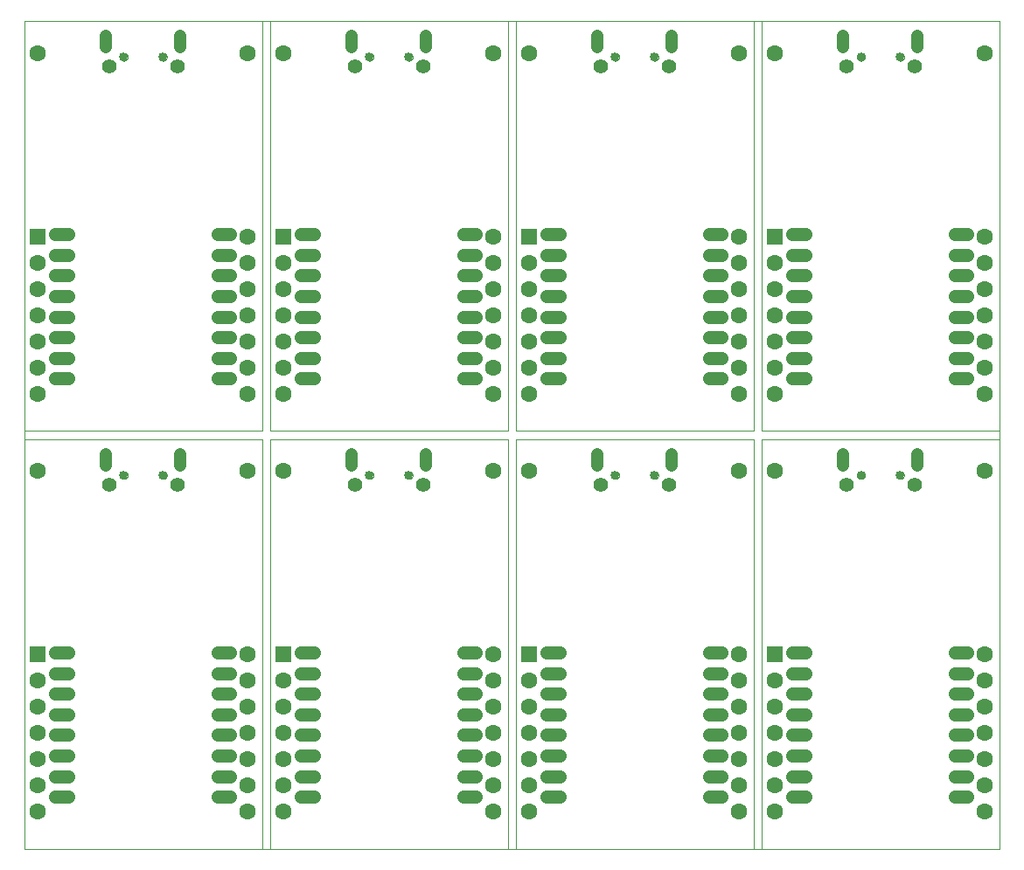
<source format=gbs>
G75*
G70*
%OFA0B0*%
%FSLAX25Y25*%
%IPPOS*%
%LPD*%
%AMOC8*
5,1,8,0,0,1.08239X$1,22.5*
%
%ADD17R,0.06306X0.06306*%
%ADD18C,0.05518*%
%ADD38C,0.00000*%
%ADD52C,0.06306*%
%ADD63C,0.05124*%
%ADD76C,0.04731*%
%ADD77C,0.03353*%
X0010000Y0010000D02*
G75*
%LPD*%
D38*
X0010000Y0010000D02*
X0010000Y0166496D01*
X0046319Y0152717D02*
X0046321Y0152794D01*
X0046327Y0152870D01*
X0046337Y0152946D01*
X0046351Y0153021D01*
X0046368Y0153096D01*
X0046390Y0153169D01*
X0046415Y0153242D01*
X0046445Y0153313D01*
X0046477Y0153382D01*
X0046514Y0153449D01*
X0046553Y0153515D01*
X0046596Y0153578D01*
X0046643Y0153639D01*
X0046692Y0153698D01*
X0046745Y0153754D01*
X0046800Y0153807D01*
X0046858Y0153857D01*
X0046918Y0153904D01*
X0046981Y0153948D01*
X0047046Y0153989D01*
X0047113Y0154026D01*
X0047182Y0154060D01*
X0047252Y0154090D01*
X0047324Y0154116D01*
X0047398Y0154138D01*
X0047472Y0154157D01*
X0047547Y0154172D01*
X0047623Y0154183D01*
X0047699Y0154190D01*
X0047776Y0154193D01*
X0047852Y0154192D01*
X0047929Y0154187D01*
X0048005Y0154178D01*
X0048081Y0154165D01*
X0048155Y0154148D01*
X0048229Y0154128D01*
X0048302Y0154103D01*
X0048373Y0154075D01*
X0048443Y0154043D01*
X0048511Y0154008D01*
X0048577Y0153969D01*
X0048641Y0153927D01*
X0048702Y0153881D01*
X0048762Y0153832D01*
X0048818Y0153781D01*
X0048872Y0153726D01*
X0048923Y0153669D01*
X0048971Y0153609D01*
X0049016Y0153547D01*
X0049057Y0153482D01*
X0049095Y0153416D01*
X0049130Y0153348D01*
X0049160Y0153277D01*
X0049188Y0153206D01*
X0049211Y0153133D01*
X0049231Y0153059D01*
X0049247Y0152984D01*
X0049259Y0152908D01*
X0049267Y0152832D01*
X0049271Y0152755D01*
X0049271Y0152679D01*
X0049267Y0152602D01*
X0049259Y0152526D01*
X0049247Y0152450D01*
X0049231Y0152375D01*
X0049211Y0152301D01*
X0049188Y0152228D01*
X0049160Y0152157D01*
X0049130Y0152086D01*
X0049095Y0152018D01*
X0049057Y0151952D01*
X0049016Y0151887D01*
X0048971Y0151825D01*
X0048923Y0151765D01*
X0048872Y0151708D01*
X0048818Y0151653D01*
X0048762Y0151602D01*
X0048702Y0151553D01*
X0048641Y0151507D01*
X0048577Y0151465D01*
X0048511Y0151426D01*
X0048443Y0151391D01*
X0048373Y0151359D01*
X0048302Y0151331D01*
X0048229Y0151306D01*
X0048155Y0151286D01*
X0048081Y0151269D01*
X0048005Y0151256D01*
X0047929Y0151247D01*
X0047852Y0151242D01*
X0047776Y0151241D01*
X0047699Y0151244D01*
X0047623Y0151251D01*
X0047547Y0151262D01*
X0047472Y0151277D01*
X0047398Y0151296D01*
X0047324Y0151318D01*
X0047252Y0151344D01*
X0047182Y0151374D01*
X0047113Y0151408D01*
X0047046Y0151445D01*
X0046981Y0151486D01*
X0046918Y0151530D01*
X0046858Y0151577D01*
X0046800Y0151627D01*
X0046745Y0151680D01*
X0046692Y0151736D01*
X0046643Y0151795D01*
X0046596Y0151856D01*
X0046553Y0151919D01*
X0046514Y0151985D01*
X0046477Y0152052D01*
X0046445Y0152121D01*
X0046415Y0152192D01*
X0046390Y0152265D01*
X0046368Y0152338D01*
X0046351Y0152413D01*
X0046337Y0152488D01*
X0046327Y0152564D01*
X0046321Y0152640D01*
X0046319Y0152717D01*
X0010000Y0166495D02*
X0100552Y0166495D01*
X0100551Y0166496D02*
X0100551Y0010000D01*
X0010000Y0010000D01*
X0061280Y0152717D02*
X0061282Y0152794D01*
X0061288Y0152870D01*
X0061298Y0152946D01*
X0061312Y0153021D01*
X0061329Y0153096D01*
X0061351Y0153169D01*
X0061376Y0153242D01*
X0061406Y0153313D01*
X0061438Y0153382D01*
X0061475Y0153449D01*
X0061514Y0153515D01*
X0061557Y0153578D01*
X0061604Y0153639D01*
X0061653Y0153698D01*
X0061706Y0153754D01*
X0061761Y0153807D01*
X0061819Y0153857D01*
X0061879Y0153904D01*
X0061942Y0153948D01*
X0062007Y0153989D01*
X0062074Y0154026D01*
X0062143Y0154060D01*
X0062213Y0154090D01*
X0062285Y0154116D01*
X0062359Y0154138D01*
X0062433Y0154157D01*
X0062508Y0154172D01*
X0062584Y0154183D01*
X0062660Y0154190D01*
X0062737Y0154193D01*
X0062813Y0154192D01*
X0062890Y0154187D01*
X0062966Y0154178D01*
X0063042Y0154165D01*
X0063116Y0154148D01*
X0063190Y0154128D01*
X0063263Y0154103D01*
X0063334Y0154075D01*
X0063404Y0154043D01*
X0063472Y0154008D01*
X0063538Y0153969D01*
X0063602Y0153927D01*
X0063663Y0153881D01*
X0063723Y0153832D01*
X0063779Y0153781D01*
X0063833Y0153726D01*
X0063884Y0153669D01*
X0063932Y0153609D01*
X0063977Y0153547D01*
X0064018Y0153482D01*
X0064056Y0153416D01*
X0064091Y0153348D01*
X0064121Y0153277D01*
X0064149Y0153206D01*
X0064172Y0153133D01*
X0064192Y0153059D01*
X0064208Y0152984D01*
X0064220Y0152908D01*
X0064228Y0152832D01*
X0064232Y0152755D01*
X0064232Y0152679D01*
X0064228Y0152602D01*
X0064220Y0152526D01*
X0064208Y0152450D01*
X0064192Y0152375D01*
X0064172Y0152301D01*
X0064149Y0152228D01*
X0064121Y0152157D01*
X0064091Y0152086D01*
X0064056Y0152018D01*
X0064018Y0151952D01*
X0063977Y0151887D01*
X0063932Y0151825D01*
X0063884Y0151765D01*
X0063833Y0151708D01*
X0063779Y0151653D01*
X0063723Y0151602D01*
X0063663Y0151553D01*
X0063602Y0151507D01*
X0063538Y0151465D01*
X0063472Y0151426D01*
X0063404Y0151391D01*
X0063334Y0151359D01*
X0063263Y0151331D01*
X0063190Y0151306D01*
X0063116Y0151286D01*
X0063042Y0151269D01*
X0062966Y0151256D01*
X0062890Y0151247D01*
X0062813Y0151242D01*
X0062737Y0151241D01*
X0062660Y0151244D01*
X0062584Y0151251D01*
X0062508Y0151262D01*
X0062433Y0151277D01*
X0062359Y0151296D01*
X0062285Y0151318D01*
X0062213Y0151344D01*
X0062143Y0151374D01*
X0062074Y0151408D01*
X0062007Y0151445D01*
X0061942Y0151486D01*
X0061879Y0151530D01*
X0061819Y0151577D01*
X0061761Y0151627D01*
X0061706Y0151680D01*
X0061653Y0151736D01*
X0061604Y0151795D01*
X0061557Y0151856D01*
X0061514Y0151919D01*
X0061475Y0151985D01*
X0061438Y0152052D01*
X0061406Y0152121D01*
X0061376Y0152192D01*
X0061351Y0152265D01*
X0061329Y0152338D01*
X0061312Y0152413D01*
X0061298Y0152488D01*
X0061288Y0152564D01*
X0061282Y0152640D01*
X0061280Y0152717D01*
D18*
X0068268Y0149173D03*
X0042283Y0149173D03*
D76*
X0041102Y0156457D02*
X0041102Y0160787D01*
X0069449Y0160787D02*
X0069449Y0156457D01*
D77*
X0062756Y0152717D03*
X0047795Y0152717D03*
D52*
X0015000Y0154248D03*
X0015000Y0074248D03*
X0015000Y0064248D03*
X0015000Y0054248D03*
X0015000Y0044248D03*
X0015000Y0034248D03*
X0015000Y0024248D03*
X0095000Y0024248D03*
X0095000Y0034248D03*
X0095000Y0044248D03*
X0095000Y0054248D03*
X0095000Y0064248D03*
X0095000Y0074248D03*
X0095000Y0084248D03*
X0095000Y0154248D03*
D17*
X0015000Y0084248D03*
D63*
X0021791Y0085071D02*
X0026516Y0085071D01*
X0026516Y0077197D02*
X0021791Y0077197D01*
X0021791Y0069323D02*
X0026516Y0069323D01*
X0026516Y0061449D02*
X0021791Y0061449D01*
X0021791Y0053575D02*
X0026516Y0053575D01*
X0026516Y0045701D02*
X0021791Y0045701D01*
X0021791Y0037827D02*
X0026516Y0037827D01*
X0026516Y0029953D02*
X0021791Y0029953D01*
X0083602Y0029953D02*
X0088327Y0029953D01*
X0088327Y0037827D02*
X0083602Y0037827D01*
X0083602Y0045701D02*
X0088327Y0045701D01*
X0088327Y0053575D02*
X0083602Y0053575D01*
X0083602Y0061449D02*
X0088327Y0061449D01*
X0088327Y0069323D02*
X0083602Y0069323D01*
X0083602Y0077197D02*
X0088327Y0077197D01*
X0088327Y0085071D02*
X0083602Y0085071D01*
X0010000Y0169621D02*
G75*
%LPD*%
D38*
X0010000Y0169621D02*
X0010000Y0326117D01*
X0046319Y0312338D02*
X0046321Y0312415D01*
X0046327Y0312491D01*
X0046337Y0312567D01*
X0046351Y0312642D01*
X0046368Y0312717D01*
X0046390Y0312790D01*
X0046415Y0312863D01*
X0046445Y0312934D01*
X0046477Y0313003D01*
X0046514Y0313070D01*
X0046553Y0313136D01*
X0046596Y0313199D01*
X0046643Y0313260D01*
X0046692Y0313319D01*
X0046745Y0313375D01*
X0046800Y0313428D01*
X0046858Y0313478D01*
X0046918Y0313525D01*
X0046981Y0313569D01*
X0047046Y0313610D01*
X0047113Y0313647D01*
X0047182Y0313681D01*
X0047252Y0313711D01*
X0047324Y0313737D01*
X0047398Y0313759D01*
X0047472Y0313778D01*
X0047547Y0313793D01*
X0047623Y0313804D01*
X0047699Y0313811D01*
X0047776Y0313814D01*
X0047852Y0313813D01*
X0047929Y0313808D01*
X0048005Y0313799D01*
X0048081Y0313786D01*
X0048155Y0313769D01*
X0048229Y0313749D01*
X0048302Y0313724D01*
X0048373Y0313696D01*
X0048443Y0313664D01*
X0048511Y0313629D01*
X0048577Y0313590D01*
X0048641Y0313548D01*
X0048702Y0313502D01*
X0048762Y0313453D01*
X0048818Y0313402D01*
X0048872Y0313347D01*
X0048923Y0313290D01*
X0048971Y0313230D01*
X0049016Y0313168D01*
X0049057Y0313103D01*
X0049095Y0313037D01*
X0049130Y0312969D01*
X0049160Y0312898D01*
X0049188Y0312827D01*
X0049211Y0312754D01*
X0049231Y0312680D01*
X0049247Y0312605D01*
X0049259Y0312529D01*
X0049267Y0312453D01*
X0049271Y0312376D01*
X0049271Y0312300D01*
X0049267Y0312223D01*
X0049259Y0312147D01*
X0049247Y0312071D01*
X0049231Y0311996D01*
X0049211Y0311922D01*
X0049188Y0311849D01*
X0049160Y0311778D01*
X0049130Y0311707D01*
X0049095Y0311639D01*
X0049057Y0311573D01*
X0049016Y0311508D01*
X0048971Y0311446D01*
X0048923Y0311386D01*
X0048872Y0311329D01*
X0048818Y0311274D01*
X0048762Y0311223D01*
X0048702Y0311174D01*
X0048641Y0311128D01*
X0048577Y0311086D01*
X0048511Y0311047D01*
X0048443Y0311012D01*
X0048373Y0310980D01*
X0048302Y0310952D01*
X0048229Y0310927D01*
X0048155Y0310907D01*
X0048081Y0310890D01*
X0048005Y0310877D01*
X0047929Y0310868D01*
X0047852Y0310863D01*
X0047776Y0310862D01*
X0047699Y0310865D01*
X0047623Y0310872D01*
X0047547Y0310883D01*
X0047472Y0310898D01*
X0047398Y0310917D01*
X0047324Y0310939D01*
X0047252Y0310965D01*
X0047182Y0310995D01*
X0047113Y0311029D01*
X0047046Y0311066D01*
X0046981Y0311107D01*
X0046918Y0311151D01*
X0046858Y0311198D01*
X0046800Y0311248D01*
X0046745Y0311301D01*
X0046692Y0311357D01*
X0046643Y0311416D01*
X0046596Y0311477D01*
X0046553Y0311540D01*
X0046514Y0311606D01*
X0046477Y0311673D01*
X0046445Y0311742D01*
X0046415Y0311813D01*
X0046390Y0311886D01*
X0046368Y0311959D01*
X0046351Y0312034D01*
X0046337Y0312109D01*
X0046327Y0312185D01*
X0046321Y0312261D01*
X0046319Y0312338D01*
X0010000Y0326116D02*
X0100552Y0326116D01*
X0100551Y0326117D02*
X0100551Y0169621D01*
X0010000Y0169621D01*
X0061280Y0312338D02*
X0061282Y0312415D01*
X0061288Y0312491D01*
X0061298Y0312567D01*
X0061312Y0312642D01*
X0061329Y0312717D01*
X0061351Y0312790D01*
X0061376Y0312863D01*
X0061406Y0312934D01*
X0061438Y0313003D01*
X0061475Y0313070D01*
X0061514Y0313136D01*
X0061557Y0313199D01*
X0061604Y0313260D01*
X0061653Y0313319D01*
X0061706Y0313375D01*
X0061761Y0313428D01*
X0061819Y0313478D01*
X0061879Y0313525D01*
X0061942Y0313569D01*
X0062007Y0313610D01*
X0062074Y0313647D01*
X0062143Y0313681D01*
X0062213Y0313711D01*
X0062285Y0313737D01*
X0062359Y0313759D01*
X0062433Y0313778D01*
X0062508Y0313793D01*
X0062584Y0313804D01*
X0062660Y0313811D01*
X0062737Y0313814D01*
X0062813Y0313813D01*
X0062890Y0313808D01*
X0062966Y0313799D01*
X0063042Y0313786D01*
X0063116Y0313769D01*
X0063190Y0313749D01*
X0063263Y0313724D01*
X0063334Y0313696D01*
X0063404Y0313664D01*
X0063472Y0313629D01*
X0063538Y0313590D01*
X0063602Y0313548D01*
X0063663Y0313502D01*
X0063723Y0313453D01*
X0063779Y0313402D01*
X0063833Y0313347D01*
X0063884Y0313290D01*
X0063932Y0313230D01*
X0063977Y0313168D01*
X0064018Y0313103D01*
X0064056Y0313037D01*
X0064091Y0312969D01*
X0064121Y0312898D01*
X0064149Y0312827D01*
X0064172Y0312754D01*
X0064192Y0312680D01*
X0064208Y0312605D01*
X0064220Y0312529D01*
X0064228Y0312453D01*
X0064232Y0312376D01*
X0064232Y0312300D01*
X0064228Y0312223D01*
X0064220Y0312147D01*
X0064208Y0312071D01*
X0064192Y0311996D01*
X0064172Y0311922D01*
X0064149Y0311849D01*
X0064121Y0311778D01*
X0064091Y0311707D01*
X0064056Y0311639D01*
X0064018Y0311573D01*
X0063977Y0311508D01*
X0063932Y0311446D01*
X0063884Y0311386D01*
X0063833Y0311329D01*
X0063779Y0311274D01*
X0063723Y0311223D01*
X0063663Y0311174D01*
X0063602Y0311128D01*
X0063538Y0311086D01*
X0063472Y0311047D01*
X0063404Y0311012D01*
X0063334Y0310980D01*
X0063263Y0310952D01*
X0063190Y0310927D01*
X0063116Y0310907D01*
X0063042Y0310890D01*
X0062966Y0310877D01*
X0062890Y0310868D01*
X0062813Y0310863D01*
X0062737Y0310862D01*
X0062660Y0310865D01*
X0062584Y0310872D01*
X0062508Y0310883D01*
X0062433Y0310898D01*
X0062359Y0310917D01*
X0062285Y0310939D01*
X0062213Y0310965D01*
X0062143Y0310995D01*
X0062074Y0311029D01*
X0062007Y0311066D01*
X0061942Y0311107D01*
X0061879Y0311151D01*
X0061819Y0311198D01*
X0061761Y0311248D01*
X0061706Y0311301D01*
X0061653Y0311357D01*
X0061604Y0311416D01*
X0061557Y0311477D01*
X0061514Y0311540D01*
X0061475Y0311606D01*
X0061438Y0311673D01*
X0061406Y0311742D01*
X0061376Y0311813D01*
X0061351Y0311886D01*
X0061329Y0311959D01*
X0061312Y0312034D01*
X0061298Y0312109D01*
X0061288Y0312185D01*
X0061282Y0312261D01*
X0061280Y0312338D01*
D18*
X0068268Y0308794D03*
X0042283Y0308794D03*
D76*
X0041102Y0316078D02*
X0041102Y0320408D01*
X0069449Y0320408D02*
X0069449Y0316078D01*
D77*
X0062756Y0312338D03*
X0047795Y0312338D03*
D52*
X0015000Y0313869D03*
X0015000Y0233869D03*
X0015000Y0223869D03*
X0015000Y0213869D03*
X0015000Y0203869D03*
X0015000Y0193869D03*
X0015000Y0183869D03*
X0095000Y0183869D03*
X0095000Y0193869D03*
X0095000Y0203869D03*
X0095000Y0213869D03*
X0095000Y0223869D03*
X0095000Y0233869D03*
X0095000Y0243869D03*
X0095000Y0313869D03*
D17*
X0015000Y0243869D03*
D63*
X0021791Y0244692D02*
X0026516Y0244692D01*
X0026516Y0236818D02*
X0021791Y0236818D01*
X0021791Y0228944D02*
X0026516Y0228944D01*
X0026516Y0221070D02*
X0021791Y0221070D01*
X0021791Y0213196D02*
X0026516Y0213196D01*
X0026516Y0205322D02*
X0021791Y0205322D01*
X0021791Y0197448D02*
X0026516Y0197448D01*
X0026516Y0189574D02*
X0021791Y0189574D01*
X0083602Y0189574D02*
X0088327Y0189574D01*
X0088327Y0197448D02*
X0083602Y0197448D01*
X0083602Y0205322D02*
X0088327Y0205322D01*
X0088327Y0213196D02*
X0083602Y0213196D01*
X0083602Y0221070D02*
X0088327Y0221070D01*
X0088327Y0228944D02*
X0083602Y0228944D01*
X0083602Y0236818D02*
X0088327Y0236818D01*
X0088327Y0244692D02*
X0083602Y0244692D01*
X0103677Y0010000D02*
G75*
%LPD*%
D38*
X0103677Y0010000D02*
X0103677Y0166496D01*
X0139996Y0152717D02*
X0139998Y0152794D01*
X0140004Y0152870D01*
X0140014Y0152946D01*
X0140028Y0153021D01*
X0140045Y0153096D01*
X0140067Y0153169D01*
X0140092Y0153242D01*
X0140122Y0153313D01*
X0140154Y0153382D01*
X0140191Y0153449D01*
X0140230Y0153515D01*
X0140273Y0153578D01*
X0140320Y0153639D01*
X0140369Y0153698D01*
X0140422Y0153754D01*
X0140477Y0153807D01*
X0140535Y0153857D01*
X0140595Y0153904D01*
X0140658Y0153948D01*
X0140723Y0153989D01*
X0140790Y0154026D01*
X0140859Y0154060D01*
X0140929Y0154090D01*
X0141001Y0154116D01*
X0141075Y0154138D01*
X0141149Y0154157D01*
X0141224Y0154172D01*
X0141300Y0154183D01*
X0141376Y0154190D01*
X0141453Y0154193D01*
X0141529Y0154192D01*
X0141606Y0154187D01*
X0141682Y0154178D01*
X0141758Y0154165D01*
X0141832Y0154148D01*
X0141906Y0154128D01*
X0141979Y0154103D01*
X0142050Y0154075D01*
X0142120Y0154043D01*
X0142188Y0154008D01*
X0142254Y0153969D01*
X0142318Y0153927D01*
X0142379Y0153881D01*
X0142439Y0153832D01*
X0142495Y0153781D01*
X0142549Y0153726D01*
X0142600Y0153669D01*
X0142648Y0153609D01*
X0142693Y0153547D01*
X0142734Y0153482D01*
X0142772Y0153416D01*
X0142807Y0153348D01*
X0142837Y0153277D01*
X0142865Y0153206D01*
X0142888Y0153133D01*
X0142908Y0153059D01*
X0142924Y0152984D01*
X0142936Y0152908D01*
X0142944Y0152832D01*
X0142948Y0152755D01*
X0142948Y0152679D01*
X0142944Y0152602D01*
X0142936Y0152526D01*
X0142924Y0152450D01*
X0142908Y0152375D01*
X0142888Y0152301D01*
X0142865Y0152228D01*
X0142837Y0152157D01*
X0142807Y0152086D01*
X0142772Y0152018D01*
X0142734Y0151952D01*
X0142693Y0151887D01*
X0142648Y0151825D01*
X0142600Y0151765D01*
X0142549Y0151708D01*
X0142495Y0151653D01*
X0142439Y0151602D01*
X0142379Y0151553D01*
X0142318Y0151507D01*
X0142254Y0151465D01*
X0142188Y0151426D01*
X0142120Y0151391D01*
X0142050Y0151359D01*
X0141979Y0151331D01*
X0141906Y0151306D01*
X0141832Y0151286D01*
X0141758Y0151269D01*
X0141682Y0151256D01*
X0141606Y0151247D01*
X0141529Y0151242D01*
X0141453Y0151241D01*
X0141376Y0151244D01*
X0141300Y0151251D01*
X0141224Y0151262D01*
X0141149Y0151277D01*
X0141075Y0151296D01*
X0141001Y0151318D01*
X0140929Y0151344D01*
X0140859Y0151374D01*
X0140790Y0151408D01*
X0140723Y0151445D01*
X0140658Y0151486D01*
X0140595Y0151530D01*
X0140535Y0151577D01*
X0140477Y0151627D01*
X0140422Y0151680D01*
X0140369Y0151736D01*
X0140320Y0151795D01*
X0140273Y0151856D01*
X0140230Y0151919D01*
X0140191Y0151985D01*
X0140154Y0152052D01*
X0140122Y0152121D01*
X0140092Y0152192D01*
X0140067Y0152265D01*
X0140045Y0152338D01*
X0140028Y0152413D01*
X0140014Y0152488D01*
X0140004Y0152564D01*
X0139998Y0152640D01*
X0139996Y0152717D01*
X0103677Y0166495D02*
X0194229Y0166495D01*
X0194228Y0166496D02*
X0194228Y0010000D01*
X0103677Y0010000D01*
X0154957Y0152717D02*
X0154959Y0152794D01*
X0154965Y0152870D01*
X0154975Y0152946D01*
X0154989Y0153021D01*
X0155006Y0153096D01*
X0155028Y0153169D01*
X0155053Y0153242D01*
X0155083Y0153313D01*
X0155115Y0153382D01*
X0155152Y0153449D01*
X0155191Y0153515D01*
X0155234Y0153578D01*
X0155281Y0153639D01*
X0155330Y0153698D01*
X0155383Y0153754D01*
X0155438Y0153807D01*
X0155496Y0153857D01*
X0155556Y0153904D01*
X0155619Y0153948D01*
X0155684Y0153989D01*
X0155751Y0154026D01*
X0155820Y0154060D01*
X0155890Y0154090D01*
X0155962Y0154116D01*
X0156036Y0154138D01*
X0156110Y0154157D01*
X0156185Y0154172D01*
X0156261Y0154183D01*
X0156337Y0154190D01*
X0156414Y0154193D01*
X0156490Y0154192D01*
X0156567Y0154187D01*
X0156643Y0154178D01*
X0156719Y0154165D01*
X0156793Y0154148D01*
X0156867Y0154128D01*
X0156940Y0154103D01*
X0157011Y0154075D01*
X0157081Y0154043D01*
X0157149Y0154008D01*
X0157215Y0153969D01*
X0157279Y0153927D01*
X0157340Y0153881D01*
X0157400Y0153832D01*
X0157456Y0153781D01*
X0157510Y0153726D01*
X0157561Y0153669D01*
X0157609Y0153609D01*
X0157654Y0153547D01*
X0157695Y0153482D01*
X0157733Y0153416D01*
X0157768Y0153348D01*
X0157798Y0153277D01*
X0157826Y0153206D01*
X0157849Y0153133D01*
X0157869Y0153059D01*
X0157885Y0152984D01*
X0157897Y0152908D01*
X0157905Y0152832D01*
X0157909Y0152755D01*
X0157909Y0152679D01*
X0157905Y0152602D01*
X0157897Y0152526D01*
X0157885Y0152450D01*
X0157869Y0152375D01*
X0157849Y0152301D01*
X0157826Y0152228D01*
X0157798Y0152157D01*
X0157768Y0152086D01*
X0157733Y0152018D01*
X0157695Y0151952D01*
X0157654Y0151887D01*
X0157609Y0151825D01*
X0157561Y0151765D01*
X0157510Y0151708D01*
X0157456Y0151653D01*
X0157400Y0151602D01*
X0157340Y0151553D01*
X0157279Y0151507D01*
X0157215Y0151465D01*
X0157149Y0151426D01*
X0157081Y0151391D01*
X0157011Y0151359D01*
X0156940Y0151331D01*
X0156867Y0151306D01*
X0156793Y0151286D01*
X0156719Y0151269D01*
X0156643Y0151256D01*
X0156567Y0151247D01*
X0156490Y0151242D01*
X0156414Y0151241D01*
X0156337Y0151244D01*
X0156261Y0151251D01*
X0156185Y0151262D01*
X0156110Y0151277D01*
X0156036Y0151296D01*
X0155962Y0151318D01*
X0155890Y0151344D01*
X0155820Y0151374D01*
X0155751Y0151408D01*
X0155684Y0151445D01*
X0155619Y0151486D01*
X0155556Y0151530D01*
X0155496Y0151577D01*
X0155438Y0151627D01*
X0155383Y0151680D01*
X0155330Y0151736D01*
X0155281Y0151795D01*
X0155234Y0151856D01*
X0155191Y0151919D01*
X0155152Y0151985D01*
X0155115Y0152052D01*
X0155083Y0152121D01*
X0155053Y0152192D01*
X0155028Y0152265D01*
X0155006Y0152338D01*
X0154989Y0152413D01*
X0154975Y0152488D01*
X0154965Y0152564D01*
X0154959Y0152640D01*
X0154957Y0152717D01*
D18*
X0161945Y0149173D03*
X0135960Y0149173D03*
D76*
X0134779Y0156457D02*
X0134779Y0160787D01*
X0163126Y0160787D02*
X0163126Y0156457D01*
D77*
X0156433Y0152717D03*
X0141472Y0152717D03*
D52*
X0108677Y0154248D03*
X0108677Y0074248D03*
X0108677Y0064248D03*
X0108677Y0054248D03*
X0108677Y0044248D03*
X0108677Y0034248D03*
X0108677Y0024248D03*
X0188677Y0024248D03*
X0188677Y0034248D03*
X0188677Y0044248D03*
X0188677Y0054248D03*
X0188677Y0064248D03*
X0188677Y0074248D03*
X0188677Y0084248D03*
X0188677Y0154248D03*
D17*
X0108677Y0084248D03*
D63*
X0115468Y0085071D02*
X0120193Y0085071D01*
X0120193Y0077197D02*
X0115468Y0077197D01*
X0115468Y0069323D02*
X0120193Y0069323D01*
X0120193Y0061449D02*
X0115468Y0061449D01*
X0115468Y0053575D02*
X0120193Y0053575D01*
X0120193Y0045701D02*
X0115468Y0045701D01*
X0115468Y0037827D02*
X0120193Y0037827D01*
X0120193Y0029953D02*
X0115468Y0029953D01*
X0177279Y0029953D02*
X0182004Y0029953D01*
X0182004Y0037827D02*
X0177279Y0037827D01*
X0177279Y0045701D02*
X0182004Y0045701D01*
X0182004Y0053575D02*
X0177279Y0053575D01*
X0177279Y0061449D02*
X0182004Y0061449D01*
X0182004Y0069323D02*
X0177279Y0069323D01*
X0177279Y0077197D02*
X0182004Y0077197D01*
X0182004Y0085071D02*
X0177279Y0085071D01*
X0103677Y0169621D02*
G75*
%LPD*%
D38*
X0103677Y0169621D02*
X0103677Y0326117D01*
X0139996Y0312338D02*
X0139998Y0312415D01*
X0140004Y0312491D01*
X0140014Y0312567D01*
X0140028Y0312642D01*
X0140045Y0312717D01*
X0140067Y0312790D01*
X0140092Y0312863D01*
X0140122Y0312934D01*
X0140154Y0313003D01*
X0140191Y0313070D01*
X0140230Y0313136D01*
X0140273Y0313199D01*
X0140320Y0313260D01*
X0140369Y0313319D01*
X0140422Y0313375D01*
X0140477Y0313428D01*
X0140535Y0313478D01*
X0140595Y0313525D01*
X0140658Y0313569D01*
X0140723Y0313610D01*
X0140790Y0313647D01*
X0140859Y0313681D01*
X0140929Y0313711D01*
X0141001Y0313737D01*
X0141075Y0313759D01*
X0141149Y0313778D01*
X0141224Y0313793D01*
X0141300Y0313804D01*
X0141376Y0313811D01*
X0141453Y0313814D01*
X0141529Y0313813D01*
X0141606Y0313808D01*
X0141682Y0313799D01*
X0141758Y0313786D01*
X0141832Y0313769D01*
X0141906Y0313749D01*
X0141979Y0313724D01*
X0142050Y0313696D01*
X0142120Y0313664D01*
X0142188Y0313629D01*
X0142254Y0313590D01*
X0142318Y0313548D01*
X0142379Y0313502D01*
X0142439Y0313453D01*
X0142495Y0313402D01*
X0142549Y0313347D01*
X0142600Y0313290D01*
X0142648Y0313230D01*
X0142693Y0313168D01*
X0142734Y0313103D01*
X0142772Y0313037D01*
X0142807Y0312969D01*
X0142837Y0312898D01*
X0142865Y0312827D01*
X0142888Y0312754D01*
X0142908Y0312680D01*
X0142924Y0312605D01*
X0142936Y0312529D01*
X0142944Y0312453D01*
X0142948Y0312376D01*
X0142948Y0312300D01*
X0142944Y0312223D01*
X0142936Y0312147D01*
X0142924Y0312071D01*
X0142908Y0311996D01*
X0142888Y0311922D01*
X0142865Y0311849D01*
X0142837Y0311778D01*
X0142807Y0311707D01*
X0142772Y0311639D01*
X0142734Y0311573D01*
X0142693Y0311508D01*
X0142648Y0311446D01*
X0142600Y0311386D01*
X0142549Y0311329D01*
X0142495Y0311274D01*
X0142439Y0311223D01*
X0142379Y0311174D01*
X0142318Y0311128D01*
X0142254Y0311086D01*
X0142188Y0311047D01*
X0142120Y0311012D01*
X0142050Y0310980D01*
X0141979Y0310952D01*
X0141906Y0310927D01*
X0141832Y0310907D01*
X0141758Y0310890D01*
X0141682Y0310877D01*
X0141606Y0310868D01*
X0141529Y0310863D01*
X0141453Y0310862D01*
X0141376Y0310865D01*
X0141300Y0310872D01*
X0141224Y0310883D01*
X0141149Y0310898D01*
X0141075Y0310917D01*
X0141001Y0310939D01*
X0140929Y0310965D01*
X0140859Y0310995D01*
X0140790Y0311029D01*
X0140723Y0311066D01*
X0140658Y0311107D01*
X0140595Y0311151D01*
X0140535Y0311198D01*
X0140477Y0311248D01*
X0140422Y0311301D01*
X0140369Y0311357D01*
X0140320Y0311416D01*
X0140273Y0311477D01*
X0140230Y0311540D01*
X0140191Y0311606D01*
X0140154Y0311673D01*
X0140122Y0311742D01*
X0140092Y0311813D01*
X0140067Y0311886D01*
X0140045Y0311959D01*
X0140028Y0312034D01*
X0140014Y0312109D01*
X0140004Y0312185D01*
X0139998Y0312261D01*
X0139996Y0312338D01*
X0103677Y0326116D02*
X0194229Y0326116D01*
X0194228Y0326117D02*
X0194228Y0169621D01*
X0103677Y0169621D01*
X0154957Y0312338D02*
X0154959Y0312415D01*
X0154965Y0312491D01*
X0154975Y0312567D01*
X0154989Y0312642D01*
X0155006Y0312717D01*
X0155028Y0312790D01*
X0155053Y0312863D01*
X0155083Y0312934D01*
X0155115Y0313003D01*
X0155152Y0313070D01*
X0155191Y0313136D01*
X0155234Y0313199D01*
X0155281Y0313260D01*
X0155330Y0313319D01*
X0155383Y0313375D01*
X0155438Y0313428D01*
X0155496Y0313478D01*
X0155556Y0313525D01*
X0155619Y0313569D01*
X0155684Y0313610D01*
X0155751Y0313647D01*
X0155820Y0313681D01*
X0155890Y0313711D01*
X0155962Y0313737D01*
X0156036Y0313759D01*
X0156110Y0313778D01*
X0156185Y0313793D01*
X0156261Y0313804D01*
X0156337Y0313811D01*
X0156414Y0313814D01*
X0156490Y0313813D01*
X0156567Y0313808D01*
X0156643Y0313799D01*
X0156719Y0313786D01*
X0156793Y0313769D01*
X0156867Y0313749D01*
X0156940Y0313724D01*
X0157011Y0313696D01*
X0157081Y0313664D01*
X0157149Y0313629D01*
X0157215Y0313590D01*
X0157279Y0313548D01*
X0157340Y0313502D01*
X0157400Y0313453D01*
X0157456Y0313402D01*
X0157510Y0313347D01*
X0157561Y0313290D01*
X0157609Y0313230D01*
X0157654Y0313168D01*
X0157695Y0313103D01*
X0157733Y0313037D01*
X0157768Y0312969D01*
X0157798Y0312898D01*
X0157826Y0312827D01*
X0157849Y0312754D01*
X0157869Y0312680D01*
X0157885Y0312605D01*
X0157897Y0312529D01*
X0157905Y0312453D01*
X0157909Y0312376D01*
X0157909Y0312300D01*
X0157905Y0312223D01*
X0157897Y0312147D01*
X0157885Y0312071D01*
X0157869Y0311996D01*
X0157849Y0311922D01*
X0157826Y0311849D01*
X0157798Y0311778D01*
X0157768Y0311707D01*
X0157733Y0311639D01*
X0157695Y0311573D01*
X0157654Y0311508D01*
X0157609Y0311446D01*
X0157561Y0311386D01*
X0157510Y0311329D01*
X0157456Y0311274D01*
X0157400Y0311223D01*
X0157340Y0311174D01*
X0157279Y0311128D01*
X0157215Y0311086D01*
X0157149Y0311047D01*
X0157081Y0311012D01*
X0157011Y0310980D01*
X0156940Y0310952D01*
X0156867Y0310927D01*
X0156793Y0310907D01*
X0156719Y0310890D01*
X0156643Y0310877D01*
X0156567Y0310868D01*
X0156490Y0310863D01*
X0156414Y0310862D01*
X0156337Y0310865D01*
X0156261Y0310872D01*
X0156185Y0310883D01*
X0156110Y0310898D01*
X0156036Y0310917D01*
X0155962Y0310939D01*
X0155890Y0310965D01*
X0155820Y0310995D01*
X0155751Y0311029D01*
X0155684Y0311066D01*
X0155619Y0311107D01*
X0155556Y0311151D01*
X0155496Y0311198D01*
X0155438Y0311248D01*
X0155383Y0311301D01*
X0155330Y0311357D01*
X0155281Y0311416D01*
X0155234Y0311477D01*
X0155191Y0311540D01*
X0155152Y0311606D01*
X0155115Y0311673D01*
X0155083Y0311742D01*
X0155053Y0311813D01*
X0155028Y0311886D01*
X0155006Y0311959D01*
X0154989Y0312034D01*
X0154975Y0312109D01*
X0154965Y0312185D01*
X0154959Y0312261D01*
X0154957Y0312338D01*
D18*
X0161945Y0308794D03*
X0135960Y0308794D03*
D76*
X0134779Y0316078D02*
X0134779Y0320408D01*
X0163126Y0320408D02*
X0163126Y0316078D01*
D77*
X0156433Y0312338D03*
X0141472Y0312338D03*
D52*
X0108677Y0313869D03*
X0108677Y0233869D03*
X0108677Y0223869D03*
X0108677Y0213869D03*
X0108677Y0203869D03*
X0108677Y0193869D03*
X0108677Y0183869D03*
X0188677Y0183869D03*
X0188677Y0193869D03*
X0188677Y0203869D03*
X0188677Y0213869D03*
X0188677Y0223869D03*
X0188677Y0233869D03*
X0188677Y0243869D03*
X0188677Y0313869D03*
D17*
X0108677Y0243869D03*
D63*
X0115468Y0244692D02*
X0120193Y0244692D01*
X0120193Y0236818D02*
X0115468Y0236818D01*
X0115468Y0228944D02*
X0120193Y0228944D01*
X0120193Y0221070D02*
X0115468Y0221070D01*
X0115468Y0213196D02*
X0120193Y0213196D01*
X0120193Y0205322D02*
X0115468Y0205322D01*
X0115468Y0197448D02*
X0120193Y0197448D01*
X0120193Y0189574D02*
X0115468Y0189574D01*
X0177279Y0189574D02*
X0182004Y0189574D01*
X0182004Y0197448D02*
X0177279Y0197448D01*
X0177279Y0205322D02*
X0182004Y0205322D01*
X0182004Y0213196D02*
X0177279Y0213196D01*
X0177279Y0221070D02*
X0182004Y0221070D01*
X0182004Y0228944D02*
X0177279Y0228944D01*
X0177279Y0236818D02*
X0182004Y0236818D01*
X0182004Y0244692D02*
X0177279Y0244692D01*
X0197354Y0010000D02*
G75*
%LPD*%
D38*
X0197354Y0010000D02*
X0197354Y0166496D01*
X0233673Y0152717D02*
X0233675Y0152794D01*
X0233681Y0152870D01*
X0233691Y0152946D01*
X0233705Y0153021D01*
X0233722Y0153096D01*
X0233744Y0153169D01*
X0233769Y0153242D01*
X0233799Y0153313D01*
X0233831Y0153382D01*
X0233868Y0153449D01*
X0233907Y0153515D01*
X0233950Y0153578D01*
X0233997Y0153639D01*
X0234046Y0153698D01*
X0234099Y0153754D01*
X0234154Y0153807D01*
X0234212Y0153857D01*
X0234272Y0153904D01*
X0234335Y0153948D01*
X0234400Y0153989D01*
X0234467Y0154026D01*
X0234536Y0154060D01*
X0234606Y0154090D01*
X0234678Y0154116D01*
X0234752Y0154138D01*
X0234826Y0154157D01*
X0234901Y0154172D01*
X0234977Y0154183D01*
X0235053Y0154190D01*
X0235130Y0154193D01*
X0235206Y0154192D01*
X0235283Y0154187D01*
X0235359Y0154178D01*
X0235435Y0154165D01*
X0235509Y0154148D01*
X0235583Y0154128D01*
X0235656Y0154103D01*
X0235727Y0154075D01*
X0235797Y0154043D01*
X0235865Y0154008D01*
X0235931Y0153969D01*
X0235995Y0153927D01*
X0236056Y0153881D01*
X0236116Y0153832D01*
X0236172Y0153781D01*
X0236226Y0153726D01*
X0236277Y0153669D01*
X0236325Y0153609D01*
X0236370Y0153547D01*
X0236411Y0153482D01*
X0236449Y0153416D01*
X0236484Y0153348D01*
X0236514Y0153277D01*
X0236542Y0153206D01*
X0236565Y0153133D01*
X0236585Y0153059D01*
X0236601Y0152984D01*
X0236613Y0152908D01*
X0236621Y0152832D01*
X0236625Y0152755D01*
X0236625Y0152679D01*
X0236621Y0152602D01*
X0236613Y0152526D01*
X0236601Y0152450D01*
X0236585Y0152375D01*
X0236565Y0152301D01*
X0236542Y0152228D01*
X0236514Y0152157D01*
X0236484Y0152086D01*
X0236449Y0152018D01*
X0236411Y0151952D01*
X0236370Y0151887D01*
X0236325Y0151825D01*
X0236277Y0151765D01*
X0236226Y0151708D01*
X0236172Y0151653D01*
X0236116Y0151602D01*
X0236056Y0151553D01*
X0235995Y0151507D01*
X0235931Y0151465D01*
X0235865Y0151426D01*
X0235797Y0151391D01*
X0235727Y0151359D01*
X0235656Y0151331D01*
X0235583Y0151306D01*
X0235509Y0151286D01*
X0235435Y0151269D01*
X0235359Y0151256D01*
X0235283Y0151247D01*
X0235206Y0151242D01*
X0235130Y0151241D01*
X0235053Y0151244D01*
X0234977Y0151251D01*
X0234901Y0151262D01*
X0234826Y0151277D01*
X0234752Y0151296D01*
X0234678Y0151318D01*
X0234606Y0151344D01*
X0234536Y0151374D01*
X0234467Y0151408D01*
X0234400Y0151445D01*
X0234335Y0151486D01*
X0234272Y0151530D01*
X0234212Y0151577D01*
X0234154Y0151627D01*
X0234099Y0151680D01*
X0234046Y0151736D01*
X0233997Y0151795D01*
X0233950Y0151856D01*
X0233907Y0151919D01*
X0233868Y0151985D01*
X0233831Y0152052D01*
X0233799Y0152121D01*
X0233769Y0152192D01*
X0233744Y0152265D01*
X0233722Y0152338D01*
X0233705Y0152413D01*
X0233691Y0152488D01*
X0233681Y0152564D01*
X0233675Y0152640D01*
X0233673Y0152717D01*
X0197354Y0166495D02*
X0287906Y0166495D01*
X0287905Y0166496D02*
X0287905Y0010000D01*
X0197354Y0010000D01*
X0248634Y0152717D02*
X0248636Y0152794D01*
X0248642Y0152870D01*
X0248652Y0152946D01*
X0248666Y0153021D01*
X0248683Y0153096D01*
X0248705Y0153169D01*
X0248730Y0153242D01*
X0248760Y0153313D01*
X0248792Y0153382D01*
X0248829Y0153449D01*
X0248868Y0153515D01*
X0248911Y0153578D01*
X0248958Y0153639D01*
X0249007Y0153698D01*
X0249060Y0153754D01*
X0249115Y0153807D01*
X0249173Y0153857D01*
X0249233Y0153904D01*
X0249296Y0153948D01*
X0249361Y0153989D01*
X0249428Y0154026D01*
X0249497Y0154060D01*
X0249567Y0154090D01*
X0249639Y0154116D01*
X0249713Y0154138D01*
X0249787Y0154157D01*
X0249862Y0154172D01*
X0249938Y0154183D01*
X0250014Y0154190D01*
X0250091Y0154193D01*
X0250167Y0154192D01*
X0250244Y0154187D01*
X0250320Y0154178D01*
X0250396Y0154165D01*
X0250470Y0154148D01*
X0250544Y0154128D01*
X0250617Y0154103D01*
X0250688Y0154075D01*
X0250758Y0154043D01*
X0250826Y0154008D01*
X0250892Y0153969D01*
X0250956Y0153927D01*
X0251017Y0153881D01*
X0251077Y0153832D01*
X0251133Y0153781D01*
X0251187Y0153726D01*
X0251238Y0153669D01*
X0251286Y0153609D01*
X0251331Y0153547D01*
X0251372Y0153482D01*
X0251410Y0153416D01*
X0251445Y0153348D01*
X0251475Y0153277D01*
X0251503Y0153206D01*
X0251526Y0153133D01*
X0251546Y0153059D01*
X0251562Y0152984D01*
X0251574Y0152908D01*
X0251582Y0152832D01*
X0251586Y0152755D01*
X0251586Y0152679D01*
X0251582Y0152602D01*
X0251574Y0152526D01*
X0251562Y0152450D01*
X0251546Y0152375D01*
X0251526Y0152301D01*
X0251503Y0152228D01*
X0251475Y0152157D01*
X0251445Y0152086D01*
X0251410Y0152018D01*
X0251372Y0151952D01*
X0251331Y0151887D01*
X0251286Y0151825D01*
X0251238Y0151765D01*
X0251187Y0151708D01*
X0251133Y0151653D01*
X0251077Y0151602D01*
X0251017Y0151553D01*
X0250956Y0151507D01*
X0250892Y0151465D01*
X0250826Y0151426D01*
X0250758Y0151391D01*
X0250688Y0151359D01*
X0250617Y0151331D01*
X0250544Y0151306D01*
X0250470Y0151286D01*
X0250396Y0151269D01*
X0250320Y0151256D01*
X0250244Y0151247D01*
X0250167Y0151242D01*
X0250091Y0151241D01*
X0250014Y0151244D01*
X0249938Y0151251D01*
X0249862Y0151262D01*
X0249787Y0151277D01*
X0249713Y0151296D01*
X0249639Y0151318D01*
X0249567Y0151344D01*
X0249497Y0151374D01*
X0249428Y0151408D01*
X0249361Y0151445D01*
X0249296Y0151486D01*
X0249233Y0151530D01*
X0249173Y0151577D01*
X0249115Y0151627D01*
X0249060Y0151680D01*
X0249007Y0151736D01*
X0248958Y0151795D01*
X0248911Y0151856D01*
X0248868Y0151919D01*
X0248829Y0151985D01*
X0248792Y0152052D01*
X0248760Y0152121D01*
X0248730Y0152192D01*
X0248705Y0152265D01*
X0248683Y0152338D01*
X0248666Y0152413D01*
X0248652Y0152488D01*
X0248642Y0152564D01*
X0248636Y0152640D01*
X0248634Y0152717D01*
D18*
X0255622Y0149173D03*
X0229637Y0149173D03*
D76*
X0228456Y0156457D02*
X0228456Y0160787D01*
X0256803Y0160787D02*
X0256803Y0156457D01*
D77*
X0250110Y0152717D03*
X0235149Y0152717D03*
D52*
X0202354Y0154248D03*
X0202354Y0074248D03*
X0202354Y0064248D03*
X0202354Y0054248D03*
X0202354Y0044248D03*
X0202354Y0034248D03*
X0202354Y0024248D03*
X0282354Y0024248D03*
X0282354Y0034248D03*
X0282354Y0044248D03*
X0282354Y0054248D03*
X0282354Y0064248D03*
X0282354Y0074248D03*
X0282354Y0084248D03*
X0282354Y0154248D03*
D17*
X0202354Y0084248D03*
D63*
X0209145Y0085071D02*
X0213870Y0085071D01*
X0213870Y0077197D02*
X0209145Y0077197D01*
X0209145Y0069323D02*
X0213870Y0069323D01*
X0213870Y0061449D02*
X0209145Y0061449D01*
X0209145Y0053575D02*
X0213870Y0053575D01*
X0213870Y0045701D02*
X0209145Y0045701D01*
X0209145Y0037827D02*
X0213870Y0037827D01*
X0213870Y0029953D02*
X0209145Y0029953D01*
X0270956Y0029953D02*
X0275681Y0029953D01*
X0275681Y0037827D02*
X0270956Y0037827D01*
X0270956Y0045701D02*
X0275681Y0045701D01*
X0275681Y0053575D02*
X0270956Y0053575D01*
X0270956Y0061449D02*
X0275681Y0061449D01*
X0275681Y0069323D02*
X0270956Y0069323D01*
X0270956Y0077197D02*
X0275681Y0077197D01*
X0275681Y0085071D02*
X0270956Y0085071D01*
X0197354Y0169621D02*
G75*
%LPD*%
D38*
X0197354Y0169621D02*
X0197354Y0326117D01*
X0233673Y0312338D02*
X0233675Y0312415D01*
X0233681Y0312491D01*
X0233691Y0312567D01*
X0233705Y0312642D01*
X0233722Y0312717D01*
X0233744Y0312790D01*
X0233769Y0312863D01*
X0233799Y0312934D01*
X0233831Y0313003D01*
X0233868Y0313070D01*
X0233907Y0313136D01*
X0233950Y0313199D01*
X0233997Y0313260D01*
X0234046Y0313319D01*
X0234099Y0313375D01*
X0234154Y0313428D01*
X0234212Y0313478D01*
X0234272Y0313525D01*
X0234335Y0313569D01*
X0234400Y0313610D01*
X0234467Y0313647D01*
X0234536Y0313681D01*
X0234606Y0313711D01*
X0234678Y0313737D01*
X0234752Y0313759D01*
X0234826Y0313778D01*
X0234901Y0313793D01*
X0234977Y0313804D01*
X0235053Y0313811D01*
X0235130Y0313814D01*
X0235206Y0313813D01*
X0235283Y0313808D01*
X0235359Y0313799D01*
X0235435Y0313786D01*
X0235509Y0313769D01*
X0235583Y0313749D01*
X0235656Y0313724D01*
X0235727Y0313696D01*
X0235797Y0313664D01*
X0235865Y0313629D01*
X0235931Y0313590D01*
X0235995Y0313548D01*
X0236056Y0313502D01*
X0236116Y0313453D01*
X0236172Y0313402D01*
X0236226Y0313347D01*
X0236277Y0313290D01*
X0236325Y0313230D01*
X0236370Y0313168D01*
X0236411Y0313103D01*
X0236449Y0313037D01*
X0236484Y0312969D01*
X0236514Y0312898D01*
X0236542Y0312827D01*
X0236565Y0312754D01*
X0236585Y0312680D01*
X0236601Y0312605D01*
X0236613Y0312529D01*
X0236621Y0312453D01*
X0236625Y0312376D01*
X0236625Y0312300D01*
X0236621Y0312223D01*
X0236613Y0312147D01*
X0236601Y0312071D01*
X0236585Y0311996D01*
X0236565Y0311922D01*
X0236542Y0311849D01*
X0236514Y0311778D01*
X0236484Y0311707D01*
X0236449Y0311639D01*
X0236411Y0311573D01*
X0236370Y0311508D01*
X0236325Y0311446D01*
X0236277Y0311386D01*
X0236226Y0311329D01*
X0236172Y0311274D01*
X0236116Y0311223D01*
X0236056Y0311174D01*
X0235995Y0311128D01*
X0235931Y0311086D01*
X0235865Y0311047D01*
X0235797Y0311012D01*
X0235727Y0310980D01*
X0235656Y0310952D01*
X0235583Y0310927D01*
X0235509Y0310907D01*
X0235435Y0310890D01*
X0235359Y0310877D01*
X0235283Y0310868D01*
X0235206Y0310863D01*
X0235130Y0310862D01*
X0235053Y0310865D01*
X0234977Y0310872D01*
X0234901Y0310883D01*
X0234826Y0310898D01*
X0234752Y0310917D01*
X0234678Y0310939D01*
X0234606Y0310965D01*
X0234536Y0310995D01*
X0234467Y0311029D01*
X0234400Y0311066D01*
X0234335Y0311107D01*
X0234272Y0311151D01*
X0234212Y0311198D01*
X0234154Y0311248D01*
X0234099Y0311301D01*
X0234046Y0311357D01*
X0233997Y0311416D01*
X0233950Y0311477D01*
X0233907Y0311540D01*
X0233868Y0311606D01*
X0233831Y0311673D01*
X0233799Y0311742D01*
X0233769Y0311813D01*
X0233744Y0311886D01*
X0233722Y0311959D01*
X0233705Y0312034D01*
X0233691Y0312109D01*
X0233681Y0312185D01*
X0233675Y0312261D01*
X0233673Y0312338D01*
X0197354Y0326116D02*
X0287906Y0326116D01*
X0287905Y0326117D02*
X0287905Y0169621D01*
X0197354Y0169621D01*
X0248634Y0312338D02*
X0248636Y0312415D01*
X0248642Y0312491D01*
X0248652Y0312567D01*
X0248666Y0312642D01*
X0248683Y0312717D01*
X0248705Y0312790D01*
X0248730Y0312863D01*
X0248760Y0312934D01*
X0248792Y0313003D01*
X0248829Y0313070D01*
X0248868Y0313136D01*
X0248911Y0313199D01*
X0248958Y0313260D01*
X0249007Y0313319D01*
X0249060Y0313375D01*
X0249115Y0313428D01*
X0249173Y0313478D01*
X0249233Y0313525D01*
X0249296Y0313569D01*
X0249361Y0313610D01*
X0249428Y0313647D01*
X0249497Y0313681D01*
X0249567Y0313711D01*
X0249639Y0313737D01*
X0249713Y0313759D01*
X0249787Y0313778D01*
X0249862Y0313793D01*
X0249938Y0313804D01*
X0250014Y0313811D01*
X0250091Y0313814D01*
X0250167Y0313813D01*
X0250244Y0313808D01*
X0250320Y0313799D01*
X0250396Y0313786D01*
X0250470Y0313769D01*
X0250544Y0313749D01*
X0250617Y0313724D01*
X0250688Y0313696D01*
X0250758Y0313664D01*
X0250826Y0313629D01*
X0250892Y0313590D01*
X0250956Y0313548D01*
X0251017Y0313502D01*
X0251077Y0313453D01*
X0251133Y0313402D01*
X0251187Y0313347D01*
X0251238Y0313290D01*
X0251286Y0313230D01*
X0251331Y0313168D01*
X0251372Y0313103D01*
X0251410Y0313037D01*
X0251445Y0312969D01*
X0251475Y0312898D01*
X0251503Y0312827D01*
X0251526Y0312754D01*
X0251546Y0312680D01*
X0251562Y0312605D01*
X0251574Y0312529D01*
X0251582Y0312453D01*
X0251586Y0312376D01*
X0251586Y0312300D01*
X0251582Y0312223D01*
X0251574Y0312147D01*
X0251562Y0312071D01*
X0251546Y0311996D01*
X0251526Y0311922D01*
X0251503Y0311849D01*
X0251475Y0311778D01*
X0251445Y0311707D01*
X0251410Y0311639D01*
X0251372Y0311573D01*
X0251331Y0311508D01*
X0251286Y0311446D01*
X0251238Y0311386D01*
X0251187Y0311329D01*
X0251133Y0311274D01*
X0251077Y0311223D01*
X0251017Y0311174D01*
X0250956Y0311128D01*
X0250892Y0311086D01*
X0250826Y0311047D01*
X0250758Y0311012D01*
X0250688Y0310980D01*
X0250617Y0310952D01*
X0250544Y0310927D01*
X0250470Y0310907D01*
X0250396Y0310890D01*
X0250320Y0310877D01*
X0250244Y0310868D01*
X0250167Y0310863D01*
X0250091Y0310862D01*
X0250014Y0310865D01*
X0249938Y0310872D01*
X0249862Y0310883D01*
X0249787Y0310898D01*
X0249713Y0310917D01*
X0249639Y0310939D01*
X0249567Y0310965D01*
X0249497Y0310995D01*
X0249428Y0311029D01*
X0249361Y0311066D01*
X0249296Y0311107D01*
X0249233Y0311151D01*
X0249173Y0311198D01*
X0249115Y0311248D01*
X0249060Y0311301D01*
X0249007Y0311357D01*
X0248958Y0311416D01*
X0248911Y0311477D01*
X0248868Y0311540D01*
X0248829Y0311606D01*
X0248792Y0311673D01*
X0248760Y0311742D01*
X0248730Y0311813D01*
X0248705Y0311886D01*
X0248683Y0311959D01*
X0248666Y0312034D01*
X0248652Y0312109D01*
X0248642Y0312185D01*
X0248636Y0312261D01*
X0248634Y0312338D01*
D18*
X0255622Y0308794D03*
X0229637Y0308794D03*
D76*
X0228456Y0316078D02*
X0228456Y0320408D01*
X0256803Y0320408D02*
X0256803Y0316078D01*
D77*
X0250110Y0312338D03*
X0235149Y0312338D03*
D52*
X0202354Y0313869D03*
X0202354Y0233869D03*
X0202354Y0223869D03*
X0202354Y0213869D03*
X0202354Y0203869D03*
X0202354Y0193869D03*
X0202354Y0183869D03*
X0282354Y0183869D03*
X0282354Y0193869D03*
X0282354Y0203869D03*
X0282354Y0213869D03*
X0282354Y0223869D03*
X0282354Y0233869D03*
X0282354Y0243869D03*
X0282354Y0313869D03*
D17*
X0202354Y0243869D03*
D63*
X0209145Y0244692D02*
X0213870Y0244692D01*
X0213870Y0236818D02*
X0209145Y0236818D01*
X0209145Y0228944D02*
X0213870Y0228944D01*
X0213870Y0221070D02*
X0209145Y0221070D01*
X0209145Y0213196D02*
X0213870Y0213196D01*
X0213870Y0205322D02*
X0209145Y0205322D01*
X0209145Y0197448D02*
X0213870Y0197448D01*
X0213870Y0189574D02*
X0209145Y0189574D01*
X0270956Y0189574D02*
X0275681Y0189574D01*
X0275681Y0197448D02*
X0270956Y0197448D01*
X0270956Y0205322D02*
X0275681Y0205322D01*
X0275681Y0213196D02*
X0270956Y0213196D01*
X0270956Y0221070D02*
X0275681Y0221070D01*
X0275681Y0228944D02*
X0270956Y0228944D01*
X0270956Y0236818D02*
X0275681Y0236818D01*
X0275681Y0244692D02*
X0270956Y0244692D01*
X0291031Y0010000D02*
G75*
%LPD*%
D38*
X0291031Y0010000D02*
X0291031Y0166496D01*
X0327350Y0152717D02*
X0327352Y0152794D01*
X0327358Y0152870D01*
X0327368Y0152946D01*
X0327382Y0153021D01*
X0327399Y0153096D01*
X0327421Y0153169D01*
X0327446Y0153242D01*
X0327476Y0153313D01*
X0327508Y0153382D01*
X0327545Y0153449D01*
X0327584Y0153515D01*
X0327627Y0153578D01*
X0327674Y0153639D01*
X0327723Y0153698D01*
X0327776Y0153754D01*
X0327831Y0153807D01*
X0327889Y0153857D01*
X0327949Y0153904D01*
X0328012Y0153948D01*
X0328077Y0153989D01*
X0328144Y0154026D01*
X0328213Y0154060D01*
X0328283Y0154090D01*
X0328355Y0154116D01*
X0328429Y0154138D01*
X0328503Y0154157D01*
X0328578Y0154172D01*
X0328654Y0154183D01*
X0328730Y0154190D01*
X0328807Y0154193D01*
X0328883Y0154192D01*
X0328960Y0154187D01*
X0329036Y0154178D01*
X0329112Y0154165D01*
X0329186Y0154148D01*
X0329260Y0154128D01*
X0329333Y0154103D01*
X0329404Y0154075D01*
X0329474Y0154043D01*
X0329542Y0154008D01*
X0329608Y0153969D01*
X0329672Y0153927D01*
X0329733Y0153881D01*
X0329793Y0153832D01*
X0329849Y0153781D01*
X0329903Y0153726D01*
X0329954Y0153669D01*
X0330002Y0153609D01*
X0330047Y0153547D01*
X0330088Y0153482D01*
X0330126Y0153416D01*
X0330161Y0153348D01*
X0330191Y0153277D01*
X0330219Y0153206D01*
X0330242Y0153133D01*
X0330262Y0153059D01*
X0330278Y0152984D01*
X0330290Y0152908D01*
X0330298Y0152832D01*
X0330302Y0152755D01*
X0330302Y0152679D01*
X0330298Y0152602D01*
X0330290Y0152526D01*
X0330278Y0152450D01*
X0330262Y0152375D01*
X0330242Y0152301D01*
X0330219Y0152228D01*
X0330191Y0152157D01*
X0330161Y0152086D01*
X0330126Y0152018D01*
X0330088Y0151952D01*
X0330047Y0151887D01*
X0330002Y0151825D01*
X0329954Y0151765D01*
X0329903Y0151708D01*
X0329849Y0151653D01*
X0329793Y0151602D01*
X0329733Y0151553D01*
X0329672Y0151507D01*
X0329608Y0151465D01*
X0329542Y0151426D01*
X0329474Y0151391D01*
X0329404Y0151359D01*
X0329333Y0151331D01*
X0329260Y0151306D01*
X0329186Y0151286D01*
X0329112Y0151269D01*
X0329036Y0151256D01*
X0328960Y0151247D01*
X0328883Y0151242D01*
X0328807Y0151241D01*
X0328730Y0151244D01*
X0328654Y0151251D01*
X0328578Y0151262D01*
X0328503Y0151277D01*
X0328429Y0151296D01*
X0328355Y0151318D01*
X0328283Y0151344D01*
X0328213Y0151374D01*
X0328144Y0151408D01*
X0328077Y0151445D01*
X0328012Y0151486D01*
X0327949Y0151530D01*
X0327889Y0151577D01*
X0327831Y0151627D01*
X0327776Y0151680D01*
X0327723Y0151736D01*
X0327674Y0151795D01*
X0327627Y0151856D01*
X0327584Y0151919D01*
X0327545Y0151985D01*
X0327508Y0152052D01*
X0327476Y0152121D01*
X0327446Y0152192D01*
X0327421Y0152265D01*
X0327399Y0152338D01*
X0327382Y0152413D01*
X0327368Y0152488D01*
X0327358Y0152564D01*
X0327352Y0152640D01*
X0327350Y0152717D01*
X0291031Y0166495D02*
X0381583Y0166495D01*
X0381582Y0166496D02*
X0381582Y0010000D01*
X0291031Y0010000D01*
X0342311Y0152717D02*
X0342313Y0152794D01*
X0342319Y0152870D01*
X0342329Y0152946D01*
X0342343Y0153021D01*
X0342360Y0153096D01*
X0342382Y0153169D01*
X0342407Y0153242D01*
X0342437Y0153313D01*
X0342469Y0153382D01*
X0342506Y0153449D01*
X0342545Y0153515D01*
X0342588Y0153578D01*
X0342635Y0153639D01*
X0342684Y0153698D01*
X0342737Y0153754D01*
X0342792Y0153807D01*
X0342850Y0153857D01*
X0342910Y0153904D01*
X0342973Y0153948D01*
X0343038Y0153989D01*
X0343105Y0154026D01*
X0343174Y0154060D01*
X0343244Y0154090D01*
X0343316Y0154116D01*
X0343390Y0154138D01*
X0343464Y0154157D01*
X0343539Y0154172D01*
X0343615Y0154183D01*
X0343691Y0154190D01*
X0343768Y0154193D01*
X0343844Y0154192D01*
X0343921Y0154187D01*
X0343997Y0154178D01*
X0344073Y0154165D01*
X0344147Y0154148D01*
X0344221Y0154128D01*
X0344294Y0154103D01*
X0344365Y0154075D01*
X0344435Y0154043D01*
X0344503Y0154008D01*
X0344569Y0153969D01*
X0344633Y0153927D01*
X0344694Y0153881D01*
X0344754Y0153832D01*
X0344810Y0153781D01*
X0344864Y0153726D01*
X0344915Y0153669D01*
X0344963Y0153609D01*
X0345008Y0153547D01*
X0345049Y0153482D01*
X0345087Y0153416D01*
X0345122Y0153348D01*
X0345152Y0153277D01*
X0345180Y0153206D01*
X0345203Y0153133D01*
X0345223Y0153059D01*
X0345239Y0152984D01*
X0345251Y0152908D01*
X0345259Y0152832D01*
X0345263Y0152755D01*
X0345263Y0152679D01*
X0345259Y0152602D01*
X0345251Y0152526D01*
X0345239Y0152450D01*
X0345223Y0152375D01*
X0345203Y0152301D01*
X0345180Y0152228D01*
X0345152Y0152157D01*
X0345122Y0152086D01*
X0345087Y0152018D01*
X0345049Y0151952D01*
X0345008Y0151887D01*
X0344963Y0151825D01*
X0344915Y0151765D01*
X0344864Y0151708D01*
X0344810Y0151653D01*
X0344754Y0151602D01*
X0344694Y0151553D01*
X0344633Y0151507D01*
X0344569Y0151465D01*
X0344503Y0151426D01*
X0344435Y0151391D01*
X0344365Y0151359D01*
X0344294Y0151331D01*
X0344221Y0151306D01*
X0344147Y0151286D01*
X0344073Y0151269D01*
X0343997Y0151256D01*
X0343921Y0151247D01*
X0343844Y0151242D01*
X0343768Y0151241D01*
X0343691Y0151244D01*
X0343615Y0151251D01*
X0343539Y0151262D01*
X0343464Y0151277D01*
X0343390Y0151296D01*
X0343316Y0151318D01*
X0343244Y0151344D01*
X0343174Y0151374D01*
X0343105Y0151408D01*
X0343038Y0151445D01*
X0342973Y0151486D01*
X0342910Y0151530D01*
X0342850Y0151577D01*
X0342792Y0151627D01*
X0342737Y0151680D01*
X0342684Y0151736D01*
X0342635Y0151795D01*
X0342588Y0151856D01*
X0342545Y0151919D01*
X0342506Y0151985D01*
X0342469Y0152052D01*
X0342437Y0152121D01*
X0342407Y0152192D01*
X0342382Y0152265D01*
X0342360Y0152338D01*
X0342343Y0152413D01*
X0342329Y0152488D01*
X0342319Y0152564D01*
X0342313Y0152640D01*
X0342311Y0152717D01*
D18*
X0349299Y0149173D03*
X0323314Y0149173D03*
D76*
X0322133Y0156457D02*
X0322133Y0160787D01*
X0350480Y0160787D02*
X0350480Y0156457D01*
D77*
X0343787Y0152717D03*
X0328826Y0152717D03*
D52*
X0296031Y0154248D03*
X0296031Y0074248D03*
X0296031Y0064248D03*
X0296031Y0054248D03*
X0296031Y0044248D03*
X0296031Y0034248D03*
X0296031Y0024248D03*
X0376031Y0024248D03*
X0376031Y0034248D03*
X0376031Y0044248D03*
X0376031Y0054248D03*
X0376031Y0064248D03*
X0376031Y0074248D03*
X0376031Y0084248D03*
X0376031Y0154248D03*
D17*
X0296031Y0084248D03*
D63*
X0302822Y0085071D02*
X0307547Y0085071D01*
X0307547Y0077197D02*
X0302822Y0077197D01*
X0302822Y0069323D02*
X0307547Y0069323D01*
X0307547Y0061449D02*
X0302822Y0061449D01*
X0302822Y0053575D02*
X0307547Y0053575D01*
X0307547Y0045701D02*
X0302822Y0045701D01*
X0302822Y0037827D02*
X0307547Y0037827D01*
X0307547Y0029953D02*
X0302822Y0029953D01*
X0364633Y0029953D02*
X0369358Y0029953D01*
X0369358Y0037827D02*
X0364633Y0037827D01*
X0364633Y0045701D02*
X0369358Y0045701D01*
X0369358Y0053575D02*
X0364633Y0053575D01*
X0364633Y0061449D02*
X0369358Y0061449D01*
X0369358Y0069323D02*
X0364633Y0069323D01*
X0364633Y0077197D02*
X0369358Y0077197D01*
X0369358Y0085071D02*
X0364633Y0085071D01*
X0291031Y0169621D02*
G75*
%LPD*%
D38*
X0291031Y0169621D02*
X0291031Y0326117D01*
X0327350Y0312338D02*
X0327352Y0312415D01*
X0327358Y0312491D01*
X0327368Y0312567D01*
X0327382Y0312642D01*
X0327399Y0312717D01*
X0327421Y0312790D01*
X0327446Y0312863D01*
X0327476Y0312934D01*
X0327508Y0313003D01*
X0327545Y0313070D01*
X0327584Y0313136D01*
X0327627Y0313199D01*
X0327674Y0313260D01*
X0327723Y0313319D01*
X0327776Y0313375D01*
X0327831Y0313428D01*
X0327889Y0313478D01*
X0327949Y0313525D01*
X0328012Y0313569D01*
X0328077Y0313610D01*
X0328144Y0313647D01*
X0328213Y0313681D01*
X0328283Y0313711D01*
X0328355Y0313737D01*
X0328429Y0313759D01*
X0328503Y0313778D01*
X0328578Y0313793D01*
X0328654Y0313804D01*
X0328730Y0313811D01*
X0328807Y0313814D01*
X0328883Y0313813D01*
X0328960Y0313808D01*
X0329036Y0313799D01*
X0329112Y0313786D01*
X0329186Y0313769D01*
X0329260Y0313749D01*
X0329333Y0313724D01*
X0329404Y0313696D01*
X0329474Y0313664D01*
X0329542Y0313629D01*
X0329608Y0313590D01*
X0329672Y0313548D01*
X0329733Y0313502D01*
X0329793Y0313453D01*
X0329849Y0313402D01*
X0329903Y0313347D01*
X0329954Y0313290D01*
X0330002Y0313230D01*
X0330047Y0313168D01*
X0330088Y0313103D01*
X0330126Y0313037D01*
X0330161Y0312969D01*
X0330191Y0312898D01*
X0330219Y0312827D01*
X0330242Y0312754D01*
X0330262Y0312680D01*
X0330278Y0312605D01*
X0330290Y0312529D01*
X0330298Y0312453D01*
X0330302Y0312376D01*
X0330302Y0312300D01*
X0330298Y0312223D01*
X0330290Y0312147D01*
X0330278Y0312071D01*
X0330262Y0311996D01*
X0330242Y0311922D01*
X0330219Y0311849D01*
X0330191Y0311778D01*
X0330161Y0311707D01*
X0330126Y0311639D01*
X0330088Y0311573D01*
X0330047Y0311508D01*
X0330002Y0311446D01*
X0329954Y0311386D01*
X0329903Y0311329D01*
X0329849Y0311274D01*
X0329793Y0311223D01*
X0329733Y0311174D01*
X0329672Y0311128D01*
X0329608Y0311086D01*
X0329542Y0311047D01*
X0329474Y0311012D01*
X0329404Y0310980D01*
X0329333Y0310952D01*
X0329260Y0310927D01*
X0329186Y0310907D01*
X0329112Y0310890D01*
X0329036Y0310877D01*
X0328960Y0310868D01*
X0328883Y0310863D01*
X0328807Y0310862D01*
X0328730Y0310865D01*
X0328654Y0310872D01*
X0328578Y0310883D01*
X0328503Y0310898D01*
X0328429Y0310917D01*
X0328355Y0310939D01*
X0328283Y0310965D01*
X0328213Y0310995D01*
X0328144Y0311029D01*
X0328077Y0311066D01*
X0328012Y0311107D01*
X0327949Y0311151D01*
X0327889Y0311198D01*
X0327831Y0311248D01*
X0327776Y0311301D01*
X0327723Y0311357D01*
X0327674Y0311416D01*
X0327627Y0311477D01*
X0327584Y0311540D01*
X0327545Y0311606D01*
X0327508Y0311673D01*
X0327476Y0311742D01*
X0327446Y0311813D01*
X0327421Y0311886D01*
X0327399Y0311959D01*
X0327382Y0312034D01*
X0327368Y0312109D01*
X0327358Y0312185D01*
X0327352Y0312261D01*
X0327350Y0312338D01*
X0291031Y0326116D02*
X0381583Y0326116D01*
X0381582Y0326117D02*
X0381582Y0169621D01*
X0291031Y0169621D01*
X0342311Y0312338D02*
X0342313Y0312415D01*
X0342319Y0312491D01*
X0342329Y0312567D01*
X0342343Y0312642D01*
X0342360Y0312717D01*
X0342382Y0312790D01*
X0342407Y0312863D01*
X0342437Y0312934D01*
X0342469Y0313003D01*
X0342506Y0313070D01*
X0342545Y0313136D01*
X0342588Y0313199D01*
X0342635Y0313260D01*
X0342684Y0313319D01*
X0342737Y0313375D01*
X0342792Y0313428D01*
X0342850Y0313478D01*
X0342910Y0313525D01*
X0342973Y0313569D01*
X0343038Y0313610D01*
X0343105Y0313647D01*
X0343174Y0313681D01*
X0343244Y0313711D01*
X0343316Y0313737D01*
X0343390Y0313759D01*
X0343464Y0313778D01*
X0343539Y0313793D01*
X0343615Y0313804D01*
X0343691Y0313811D01*
X0343768Y0313814D01*
X0343844Y0313813D01*
X0343921Y0313808D01*
X0343997Y0313799D01*
X0344073Y0313786D01*
X0344147Y0313769D01*
X0344221Y0313749D01*
X0344294Y0313724D01*
X0344365Y0313696D01*
X0344435Y0313664D01*
X0344503Y0313629D01*
X0344569Y0313590D01*
X0344633Y0313548D01*
X0344694Y0313502D01*
X0344754Y0313453D01*
X0344810Y0313402D01*
X0344864Y0313347D01*
X0344915Y0313290D01*
X0344963Y0313230D01*
X0345008Y0313168D01*
X0345049Y0313103D01*
X0345087Y0313037D01*
X0345122Y0312969D01*
X0345152Y0312898D01*
X0345180Y0312827D01*
X0345203Y0312754D01*
X0345223Y0312680D01*
X0345239Y0312605D01*
X0345251Y0312529D01*
X0345259Y0312453D01*
X0345263Y0312376D01*
X0345263Y0312300D01*
X0345259Y0312223D01*
X0345251Y0312147D01*
X0345239Y0312071D01*
X0345223Y0311996D01*
X0345203Y0311922D01*
X0345180Y0311849D01*
X0345152Y0311778D01*
X0345122Y0311707D01*
X0345087Y0311639D01*
X0345049Y0311573D01*
X0345008Y0311508D01*
X0344963Y0311446D01*
X0344915Y0311386D01*
X0344864Y0311329D01*
X0344810Y0311274D01*
X0344754Y0311223D01*
X0344694Y0311174D01*
X0344633Y0311128D01*
X0344569Y0311086D01*
X0344503Y0311047D01*
X0344435Y0311012D01*
X0344365Y0310980D01*
X0344294Y0310952D01*
X0344221Y0310927D01*
X0344147Y0310907D01*
X0344073Y0310890D01*
X0343997Y0310877D01*
X0343921Y0310868D01*
X0343844Y0310863D01*
X0343768Y0310862D01*
X0343691Y0310865D01*
X0343615Y0310872D01*
X0343539Y0310883D01*
X0343464Y0310898D01*
X0343390Y0310917D01*
X0343316Y0310939D01*
X0343244Y0310965D01*
X0343174Y0310995D01*
X0343105Y0311029D01*
X0343038Y0311066D01*
X0342973Y0311107D01*
X0342910Y0311151D01*
X0342850Y0311198D01*
X0342792Y0311248D01*
X0342737Y0311301D01*
X0342684Y0311357D01*
X0342635Y0311416D01*
X0342588Y0311477D01*
X0342545Y0311540D01*
X0342506Y0311606D01*
X0342469Y0311673D01*
X0342437Y0311742D01*
X0342407Y0311813D01*
X0342382Y0311886D01*
X0342360Y0311959D01*
X0342343Y0312034D01*
X0342329Y0312109D01*
X0342319Y0312185D01*
X0342313Y0312261D01*
X0342311Y0312338D01*
D18*
X0349299Y0308794D03*
X0323314Y0308794D03*
D76*
X0322133Y0316078D02*
X0322133Y0320408D01*
X0350480Y0320408D02*
X0350480Y0316078D01*
D77*
X0343787Y0312338D03*
X0328826Y0312338D03*
D52*
X0296031Y0313869D03*
X0296031Y0233869D03*
X0296031Y0223869D03*
X0296031Y0213869D03*
X0296031Y0203869D03*
X0296031Y0193869D03*
X0296031Y0183869D03*
X0376031Y0183869D03*
X0376031Y0193869D03*
X0376031Y0203869D03*
X0376031Y0213869D03*
X0376031Y0223869D03*
X0376031Y0233869D03*
X0376031Y0243869D03*
X0376031Y0313869D03*
D17*
X0296031Y0243869D03*
D63*
X0302822Y0244692D02*
X0307547Y0244692D01*
X0307547Y0236818D02*
X0302822Y0236818D01*
X0302822Y0228944D02*
X0307547Y0228944D01*
X0307547Y0221070D02*
X0302822Y0221070D01*
X0302822Y0213196D02*
X0307547Y0213196D01*
X0307547Y0205322D02*
X0302822Y0205322D01*
X0302822Y0197448D02*
X0307547Y0197448D01*
X0307547Y0189574D02*
X0302822Y0189574D01*
X0364633Y0189574D02*
X0369358Y0189574D01*
X0369358Y0197448D02*
X0364633Y0197448D01*
X0364633Y0205322D02*
X0369358Y0205322D01*
X0369358Y0213196D02*
X0364633Y0213196D01*
X0364633Y0221070D02*
X0369358Y0221070D01*
X0369358Y0228944D02*
X0364633Y0228944D01*
X0364633Y0236818D02*
X0369358Y0236818D01*
X0369358Y0244692D02*
X0364633Y0244692D01*
%ADD10C,0.00100*%
D10*
X0010000Y0010000D02*
X0010000Y0326117D01*
X0381583Y0326117D01*
X0381583Y0010000D01*
X0010000Y0010000D01*
M02*

</source>
